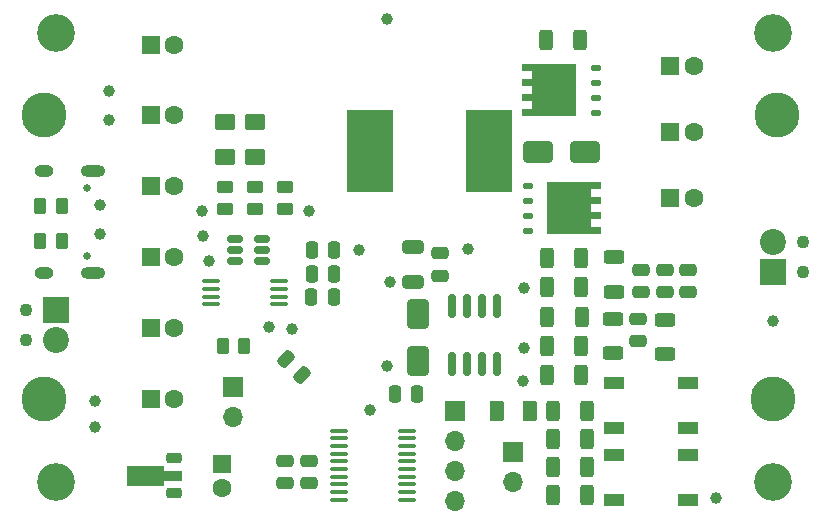
<source format=gts>
%TF.GenerationSoftware,KiCad,Pcbnew,7.0.11-7.0.11~ubuntu22.04.1*%
%TF.CreationDate,2024-07-12T12:17:06+05:30*%
%TF.ProjectId,goodtorch,676f6f64-746f-4726-9368-2e6b69636164,rev?*%
%TF.SameCoordinates,Original*%
%TF.FileFunction,Soldermask,Top*%
%TF.FilePolarity,Negative*%
%FSLAX46Y46*%
G04 Gerber Fmt 4.6, Leading zero omitted, Abs format (unit mm)*
G04 Created by KiCad (PCBNEW 7.0.11-7.0.11~ubuntu22.04.1) date 2024-07-12 12:17:06*
%MOMM*%
%LPD*%
G01*
G04 APERTURE LIST*
G04 Aperture macros list*
%AMRoundRect*
0 Rectangle with rounded corners*
0 $1 Rounding radius*
0 $2 $3 $4 $5 $6 $7 $8 $9 X,Y pos of 4 corners*
0 Add a 4 corners polygon primitive as box body*
4,1,4,$2,$3,$4,$5,$6,$7,$8,$9,$2,$3,0*
0 Add four circle primitives for the rounded corners*
1,1,$1+$1,$2,$3*
1,1,$1+$1,$4,$5*
1,1,$1+$1,$6,$7*
1,1,$1+$1,$8,$9*
0 Add four rect primitives between the rounded corners*
20,1,$1+$1,$2,$3,$4,$5,0*
20,1,$1+$1,$4,$5,$6,$7,0*
20,1,$1+$1,$6,$7,$8,$9,0*
20,1,$1+$1,$8,$9,$2,$3,0*%
%AMFreePoly0*
4,1,17,2.675000,1.605000,1.875000,1.605000,1.875000,0.935000,2.675000,0.935000,2.675000,0.335000,1.875000,0.335000,1.875000,-0.335000,2.675000,-0.335000,2.675000,-0.935000,1.875000,-0.935000,1.875000,-1.605000,2.675000,-1.605000,2.675000,-2.205000,-1.875000,-2.205000,-1.875000,2.205000,2.675000,2.205000,2.675000,1.605000,2.675000,1.605000,$1*%
%AMFreePoly1*
4,1,9,3.862500,-0.866500,0.737500,-0.866500,0.737500,-0.450000,-0.737500,-0.450000,-0.737500,0.450000,0.737500,0.450000,0.737500,0.866500,3.862500,0.866500,3.862500,-0.866500,3.862500,-0.866500,$1*%
G04 Aperture macros list end*
%ADD10R,1.700000X1.000000*%
%ADD11C,3.200000*%
%ADD12R,1.600000X1.600000*%
%ADD13C,1.600000*%
%ADD14RoundRect,0.250000X0.312500X0.625000X-0.312500X0.625000X-0.312500X-0.625000X0.312500X-0.625000X0*%
%ADD15C,1.000000*%
%ADD16RoundRect,0.250000X-0.475000X0.250000X-0.475000X-0.250000X0.475000X-0.250000X0.475000X0.250000X0*%
%ADD17RoundRect,0.250000X-0.312500X-0.625000X0.312500X-0.625000X0.312500X0.625000X-0.312500X0.625000X0*%
%ADD18RoundRect,0.250000X0.512652X0.159099X0.159099X0.512652X-0.512652X-0.159099X-0.159099X-0.512652X0*%
%ADD19RoundRect,0.100000X-0.637500X-0.100000X0.637500X-0.100000X0.637500X0.100000X-0.637500X0.100000X0*%
%ADD20C,3.800000*%
%ADD21RoundRect,0.250000X0.450000X-0.262500X0.450000X0.262500X-0.450000X0.262500X-0.450000X-0.262500X0*%
%ADD22RoundRect,0.250000X0.650000X-0.325000X0.650000X0.325000X-0.650000X0.325000X-0.650000X-0.325000X0*%
%ADD23C,1.100000*%
%ADD24R,2.200000X2.200000*%
%ADD25C,2.200000*%
%ADD26RoundRect,0.250000X-0.450000X0.262500X-0.450000X-0.262500X0.450000X-0.262500X0.450000X0.262500X0*%
%ADD27RoundRect,0.250000X-0.650000X1.000000X-0.650000X-1.000000X0.650000X-1.000000X0.650000X1.000000X0*%
%ADD28FreePoly0,180.000000*%
%ADD29RoundRect,0.125000X0.300000X0.125000X-0.300000X0.125000X-0.300000X-0.125000X0.300000X-0.125000X0*%
%ADD30RoundRect,0.225000X0.425000X0.225000X-0.425000X0.225000X-0.425000X-0.225000X0.425000X-0.225000X0*%
%ADD31FreePoly1,180.000000*%
%ADD32RoundRect,0.250000X0.250000X0.475000X-0.250000X0.475000X-0.250000X-0.475000X0.250000X-0.475000X0*%
%ADD33RoundRect,0.100000X0.637500X0.100000X-0.637500X0.100000X-0.637500X-0.100000X0.637500X-0.100000X0*%
%ADD34RoundRect,0.250000X0.262500X0.450000X-0.262500X0.450000X-0.262500X-0.450000X0.262500X-0.450000X0*%
%ADD35R,1.700000X1.700000*%
%ADD36O,1.700000X1.700000*%
%ADD37RoundRect,0.250001X0.624999X-0.462499X0.624999X0.462499X-0.624999X0.462499X-0.624999X-0.462499X0*%
%ADD38R,4.000000X7.000000*%
%ADD39RoundRect,0.250000X0.625000X-0.312500X0.625000X0.312500X-0.625000X0.312500X-0.625000X-0.312500X0*%
%ADD40RoundRect,0.250000X-0.625000X0.312500X-0.625000X-0.312500X0.625000X-0.312500X0.625000X0.312500X0*%
%ADD41RoundRect,0.250000X0.375000X0.625000X-0.375000X0.625000X-0.375000X-0.625000X0.375000X-0.625000X0*%
%ADD42RoundRect,0.150000X0.150000X-0.825000X0.150000X0.825000X-0.150000X0.825000X-0.150000X-0.825000X0*%
%ADD43RoundRect,0.150000X-0.512500X-0.150000X0.512500X-0.150000X0.512500X0.150000X-0.512500X0.150000X0*%
%ADD44FreePoly0,0.000000*%
%ADD45RoundRect,0.125000X-0.300000X-0.125000X0.300000X-0.125000X0.300000X0.125000X-0.300000X0.125000X0*%
%ADD46RoundRect,0.250000X0.475000X-0.250000X0.475000X0.250000X-0.475000X0.250000X-0.475000X-0.250000X0*%
%ADD47RoundRect,0.250000X-0.262500X-0.450000X0.262500X-0.450000X0.262500X0.450000X-0.262500X0.450000X0*%
%ADD48RoundRect,0.250000X1.000000X0.650000X-1.000000X0.650000X-1.000000X-0.650000X1.000000X-0.650000X0*%
%ADD49C,0.650000*%
%ADD50O,1.600000X1.000000*%
%ADD51O,2.100000X1.000000*%
G04 APERTURE END LIST*
D10*
%TO.C,SW1*%
X136190000Y-76675000D03*
X142490000Y-76675000D03*
X136190000Y-80475000D03*
X142490000Y-80475000D03*
%TD*%
D11*
%TO.C,H1*%
X89000000Y-47000000D03*
%TD*%
D12*
%TO.C,C22*%
X140955113Y-55400000D03*
D13*
X142955113Y-55400000D03*
%TD*%
D14*
%TO.C,R5*%
X133962500Y-83746666D03*
X131037500Y-83746666D03*
%TD*%
D15*
%TO.C,TP30*%
X110400000Y-62100000D03*
%TD*%
D16*
%TO.C,C24*%
X138510000Y-67050000D03*
X138510000Y-68950000D03*
%TD*%
D17*
%TO.C,R3*%
X130537500Y-76000000D03*
X133462500Y-76000000D03*
%TD*%
D15*
%TO.C,TP26*%
X101300000Y-62100000D03*
%TD*%
%TO.C,TP15*%
X149700000Y-71400000D03*
%TD*%
D18*
%TO.C,C16*%
X109771751Y-75971751D03*
X108428249Y-74628249D03*
%TD*%
D19*
%TO.C,U1*%
X112937500Y-80675000D03*
X112937500Y-81325000D03*
X112937500Y-81975000D03*
X112937500Y-82625000D03*
X112937500Y-83275000D03*
X112937500Y-83925000D03*
X112937500Y-84575000D03*
X112937500Y-85225000D03*
X112937500Y-85875000D03*
X112937500Y-86525000D03*
X118662500Y-86525000D03*
X118662500Y-85875000D03*
X118662500Y-85225000D03*
X118662500Y-84575000D03*
X118662500Y-83925000D03*
X118662500Y-83275000D03*
X118662500Y-82625000D03*
X118662500Y-81975000D03*
X118662500Y-81325000D03*
X118662500Y-80675000D03*
%TD*%
D15*
%TO.C,TP16*%
X93500000Y-54400000D03*
%TD*%
D12*
%TO.C,C12*%
X97000000Y-54000000D03*
D13*
X99000000Y-54000000D03*
%TD*%
D15*
%TO.C,TP9*%
X128600000Y-68600000D03*
%TD*%
D20*
%TO.C,H5*%
X88000000Y-78000000D03*
%TD*%
D14*
%TO.C,R10*%
X133462500Y-68537500D03*
X130537500Y-68537500D03*
%TD*%
D21*
%TO.C,R21*%
X108400000Y-61912500D03*
X108400000Y-60087500D03*
%TD*%
D22*
%TO.C,C14*%
X119200000Y-68075000D03*
X119200000Y-65125000D03*
%TD*%
D15*
%TO.C,TP24*%
X92700000Y-64000000D03*
%TD*%
D23*
%TO.C,J4*%
X152260000Y-67270000D03*
X152260000Y-64730000D03*
D24*
X149720000Y-67270000D03*
D25*
X149720000Y-64730000D03*
%TD*%
D15*
%TO.C,TP18*%
X115600000Y-78900000D03*
%TD*%
D26*
%TO.C,R18*%
X105800000Y-60087500D03*
X105800000Y-61912500D03*
%TD*%
D23*
%TO.C,J3*%
X86460000Y-70460000D03*
X86460000Y-73000000D03*
D24*
X89000000Y-70460000D03*
D25*
X89000000Y-73000000D03*
%TD*%
D11*
%TO.C,H2*%
X89000000Y-85000000D03*
%TD*%
D27*
%TO.C,D4*%
X119600000Y-70800000D03*
X119600000Y-74800000D03*
%TD*%
D14*
%TO.C,R4*%
X133962500Y-79000000D03*
X131037500Y-79000000D03*
%TD*%
D17*
%TO.C,R13*%
X130437500Y-47650000D03*
X133362500Y-47650000D03*
%TD*%
D28*
%TO.C,Q3*%
X131150000Y-51850000D03*
D29*
X134700000Y-53755000D03*
X134700000Y-52485000D03*
X134700000Y-51215000D03*
X134700000Y-49945000D03*
%TD*%
D12*
%TO.C,C4*%
X97000000Y-60000000D03*
D13*
X99000000Y-60000000D03*
%TD*%
D30*
%TO.C,U4*%
X99000000Y-86000000D03*
D31*
X98912500Y-84500000D03*
D30*
X99000000Y-83000000D03*
%TD*%
D32*
%TO.C,C9*%
X112550000Y-67400000D03*
X110650000Y-67400000D03*
%TD*%
D17*
%TO.C,R2*%
X130537500Y-73512500D03*
X133462500Y-73512500D03*
%TD*%
D14*
%TO.C,R1*%
X133962500Y-81373333D03*
X131037500Y-81373333D03*
%TD*%
D26*
%TO.C,R12*%
X103312500Y-60087500D03*
X103312500Y-61912500D03*
%TD*%
D33*
%TO.C,U6*%
X107862500Y-69975000D03*
X107862500Y-69325000D03*
X107862500Y-68675000D03*
X107862500Y-68025000D03*
X102137500Y-68025000D03*
X102137500Y-68675000D03*
X102137500Y-69325000D03*
X102137500Y-69975000D03*
%TD*%
D14*
%TO.C,R7*%
X133962500Y-86120000D03*
X131037500Y-86120000D03*
%TD*%
D15*
%TO.C,TP31*%
X107000000Y-71900000D03*
%TD*%
%TO.C,TP17*%
X128500000Y-76500000D03*
%TD*%
D20*
%TO.C,H8*%
X149700000Y-78000000D03*
%TD*%
D15*
%TO.C,TP12*%
X92300000Y-80400000D03*
%TD*%
D16*
%TO.C,C25*%
X142520000Y-67050000D03*
X142520000Y-68950000D03*
%TD*%
D11*
%TO.C,H3*%
X149700000Y-85000000D03*
%TD*%
D34*
%TO.C,R8*%
X89485007Y-64593449D03*
X87660007Y-64593449D03*
%TD*%
D12*
%TO.C,C6*%
X103050000Y-83500000D03*
D13*
X103050000Y-85500000D03*
%TD*%
D16*
%TO.C,C7*%
X108400000Y-83250000D03*
X108400000Y-85150000D03*
%TD*%
D12*
%TO.C,C8*%
X97000000Y-72000000D03*
D13*
X99000000Y-72000000D03*
%TD*%
D14*
%TO.C,R14*%
X133462500Y-66050000D03*
X130537500Y-66050000D03*
%TD*%
D34*
%TO.C,R6*%
X89485007Y-61643449D03*
X87660007Y-61643449D03*
%TD*%
D16*
%TO.C,C20*%
X138270000Y-71222500D03*
X138270000Y-73122500D03*
%TD*%
D15*
%TO.C,TP8*%
X117000000Y-75200000D03*
%TD*%
%TO.C,TP7*%
X144900000Y-86400000D03*
%TD*%
%TO.C,TP11*%
X117000000Y-45800000D03*
%TD*%
D35*
%TO.C,J2*%
X127700000Y-82500000D03*
D36*
X127700000Y-85040000D03*
%TD*%
D15*
%TO.C,TP29*%
X109000000Y-72100000D03*
%TD*%
%TO.C,TP32*%
X101900000Y-66300000D03*
%TD*%
%TO.C,TP20*%
X117270756Y-68108229D03*
%TD*%
D35*
%TO.C,J1*%
X122800000Y-79060000D03*
D36*
X122800000Y-81600000D03*
X122800000Y-84140000D03*
X122800000Y-86680000D03*
%TD*%
D16*
%TO.C,C26*%
X140520000Y-67050000D03*
X140520000Y-68950000D03*
%TD*%
D32*
%TO.C,C11*%
X112550000Y-65400000D03*
X110650000Y-65400000D03*
%TD*%
D12*
%TO.C,C23*%
X140955113Y-61000000D03*
D13*
X142955113Y-61000000D03*
%TD*%
D37*
%TO.C,D6*%
X103312500Y-57487500D03*
X103312500Y-54512500D03*
%TD*%
D38*
%TO.C,L1*%
X125600000Y-57000000D03*
X115600000Y-57000000D03*
%TD*%
D39*
%TO.C,R17*%
X136170000Y-74135000D03*
X136170000Y-71210000D03*
%TD*%
D10*
%TO.C,SW2*%
X136190000Y-82715000D03*
X142490000Y-82715000D03*
X136190000Y-86515000D03*
X142490000Y-86515000D03*
%TD*%
D11*
%TO.C,H4*%
X149700000Y-47000000D03*
%TD*%
D16*
%TO.C,C2*%
X110400000Y-83250000D03*
X110400000Y-85150000D03*
%TD*%
D39*
%TO.C,R16*%
X136180000Y-68932500D03*
X136180000Y-66007500D03*
%TD*%
D15*
%TO.C,TP10*%
X114600000Y-65400000D03*
%TD*%
D12*
%TO.C,C3*%
X97000000Y-66000000D03*
D13*
X99000000Y-66000000D03*
%TD*%
D15*
%TO.C,TP28*%
X92300000Y-78200000D03*
%TD*%
%TO.C,TP33*%
X101400000Y-64200000D03*
%TD*%
D12*
%TO.C,C10*%
X97000000Y-78000000D03*
D13*
X99000000Y-78000000D03*
%TD*%
D40*
%TO.C,R15*%
X140520000Y-71272500D03*
X140520000Y-74197500D03*
%TD*%
D41*
%TO.C,D1*%
X129150000Y-79000000D03*
X126350000Y-79000000D03*
%TD*%
D42*
%TO.C,U3*%
X122495000Y-75075000D03*
X123765000Y-75075000D03*
X125035000Y-75075000D03*
X126305000Y-75075000D03*
X126305000Y-70125000D03*
X125035000Y-70125000D03*
X123765000Y-70125000D03*
X122495000Y-70125000D03*
%TD*%
D20*
%TO.C,H6*%
X88000000Y-54000000D03*
%TD*%
D43*
%TO.C,U5*%
X104175000Y-64425000D03*
X104175000Y-65375000D03*
X104175000Y-66325000D03*
X106450000Y-66325000D03*
X106450000Y-65375000D03*
X106450000Y-64425000D03*
%TD*%
D20*
%TO.C,H7*%
X150000000Y-54000000D03*
%TD*%
D15*
%TO.C,TP13*%
X123900000Y-65300000D03*
%TD*%
D44*
%TO.C,Q4*%
X132450000Y-61850000D03*
D45*
X128900000Y-59945000D03*
X128900000Y-61215000D03*
X128900000Y-62485000D03*
X128900000Y-63755000D03*
%TD*%
D32*
%TO.C,C13*%
X112500000Y-69400000D03*
X110600000Y-69400000D03*
%TD*%
D46*
%TO.C,C27*%
X121500000Y-67550000D03*
X121500000Y-65650000D03*
%TD*%
D12*
%TO.C,C21*%
X140955113Y-49800000D03*
D13*
X142955113Y-49800000D03*
%TD*%
D15*
%TO.C,TP19*%
X128600000Y-73700000D03*
%TD*%
%TO.C,TP23*%
X92700000Y-61600000D03*
%TD*%
D47*
%TO.C,R20*%
X103087500Y-73500000D03*
X104912500Y-73500000D03*
%TD*%
D12*
%TO.C,C5*%
X97000000Y-48000000D03*
D13*
X99000000Y-48000000D03*
%TD*%
D15*
%TO.C,TP34*%
X93500000Y-51900000D03*
%TD*%
D32*
%TO.C,C1*%
X119550000Y-77600000D03*
X117650000Y-77600000D03*
%TD*%
D48*
%TO.C,D3*%
X133800000Y-57050000D03*
X129800000Y-57050000D03*
%TD*%
D14*
%TO.C,R9*%
X133500000Y-71025000D03*
X130575000Y-71025000D03*
%TD*%
D37*
%TO.C,D7*%
X105800000Y-57487500D03*
X105800000Y-54512500D03*
%TD*%
D35*
%TO.C,J6*%
X104000000Y-77000000D03*
D36*
X104000000Y-79540000D03*
%TD*%
D49*
%TO.C,J5*%
X91605000Y-65890000D03*
X91605000Y-60110000D03*
D50*
X87925000Y-67320000D03*
D51*
X92105000Y-67320000D03*
D50*
X87925000Y-58680000D03*
D51*
X92105000Y-58680000D03*
%TD*%
M02*

</source>
